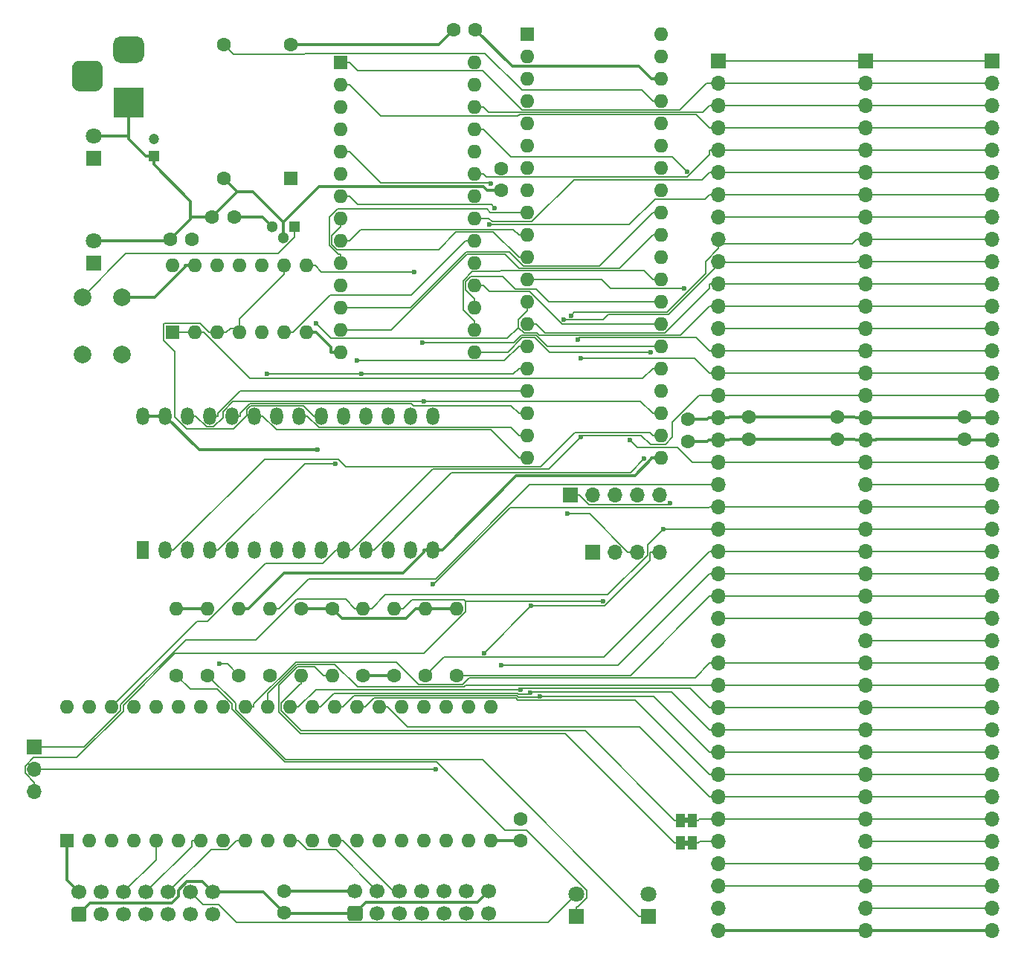
<source format=gbr>
G04 #@! TF.GenerationSoftware,KiCad,Pcbnew,(5.1.10)-1*
G04 #@! TF.CreationDate,2021-08-14T13:08:27-07:00*
G04 #@! TF.ProjectId,be6502x,62653635-3032-4782-9e6b-696361645f70,1*
G04 #@! TF.SameCoordinates,Original*
G04 #@! TF.FileFunction,Copper,L1,Top*
G04 #@! TF.FilePolarity,Positive*
%FSLAX46Y46*%
G04 Gerber Fmt 4.6, Leading zero omitted, Abs format (unit mm)*
G04 Created by KiCad (PCBNEW (5.1.10)-1) date 2021-08-14 13:08:27*
%MOMM*%
%LPD*%
G01*
G04 APERTURE LIST*
G04 #@! TA.AperFunction,EtchedComponent*
%ADD10C,0.152400*%
G04 #@! TD*
G04 #@! TA.AperFunction,ComponentPad*
%ADD11C,1.600000*%
G04 #@! TD*
G04 #@! TA.AperFunction,ComponentPad*
%ADD12C,1.700000*%
G04 #@! TD*
G04 #@! TA.AperFunction,ComponentPad*
%ADD13C,2.000000*%
G04 #@! TD*
G04 #@! TA.AperFunction,ComponentPad*
%ADD14O,1.600000X1.600000*%
G04 #@! TD*
G04 #@! TA.AperFunction,ComponentPad*
%ADD15O,1.700000X1.700000*%
G04 #@! TD*
G04 #@! TA.AperFunction,ComponentPad*
%ADD16R,1.700000X1.700000*%
G04 #@! TD*
G04 #@! TA.AperFunction,SMDPad,CuDef*
%ADD17R,1.000000X1.500000*%
G04 #@! TD*
G04 #@! TA.AperFunction,ComponentPad*
%ADD18R,1.600000X1.600000*%
G04 #@! TD*
G04 #@! TA.AperFunction,ComponentPad*
%ADD19R,1.300000X1.300000*%
G04 #@! TD*
G04 #@! TA.AperFunction,ComponentPad*
%ADD20C,1.300000*%
G04 #@! TD*
G04 #@! TA.AperFunction,ComponentPad*
%ADD21O,1.440000X2.000000*%
G04 #@! TD*
G04 #@! TA.AperFunction,ComponentPad*
%ADD22R,1.440000X2.000000*%
G04 #@! TD*
G04 #@! TA.AperFunction,ComponentPad*
%ADD23R,3.500000X3.500000*%
G04 #@! TD*
G04 #@! TA.AperFunction,ComponentPad*
%ADD24C,1.800000*%
G04 #@! TD*
G04 #@! TA.AperFunction,ComponentPad*
%ADD25R,1.800000X1.800000*%
G04 #@! TD*
G04 #@! TA.AperFunction,ComponentPad*
%ADD26C,1.200000*%
G04 #@! TD*
G04 #@! TA.AperFunction,ComponentPad*
%ADD27R,1.200000X1.200000*%
G04 #@! TD*
G04 #@! TA.AperFunction,ViaPad*
%ADD28C,0.600000*%
G04 #@! TD*
G04 #@! TA.AperFunction,Conductor*
%ADD29C,0.350000*%
G04 #@! TD*
G04 #@! TA.AperFunction,Conductor*
%ADD30C,0.127000*%
G04 #@! TD*
G04 APERTURE END LIST*
D10*
G36*
X110804000Y-135872000D02*
G01*
X110304000Y-135872000D01*
X110304000Y-135272000D01*
X110804000Y-135272000D01*
X110804000Y-135872000D01*
G37*
G36*
X110804000Y-133269000D02*
G01*
X110304000Y-133269000D01*
X110304000Y-132669000D01*
X110804000Y-132669000D01*
X110804000Y-133269000D01*
G37*
D11*
X110744000Y-87289000D03*
X110744000Y-89789000D03*
X127762000Y-87035000D03*
X127762000Y-89535000D03*
D12*
X88074500Y-141034000D03*
X85534500Y-141034000D03*
X82994500Y-141034000D03*
X80454500Y-141034000D03*
X77914500Y-141034000D03*
X75374500Y-141034000D03*
X72834500Y-141034000D03*
X88074500Y-143574000D03*
X85534500Y-143574000D03*
X82994500Y-143574000D03*
X80454500Y-143574000D03*
X77914500Y-143574000D03*
X75374500Y-143574000D03*
G04 #@! TA.AperFunction,ComponentPad*
G36*
G01*
X73434500Y-144424000D02*
X72234500Y-144424000D01*
G75*
G02*
X71984500Y-144174000I0J250000D01*
G01*
X71984500Y-142974000D01*
G75*
G02*
X72234500Y-142724000I250000J0D01*
G01*
X73434500Y-142724000D01*
G75*
G02*
X73684500Y-142974000I0J-250000D01*
G01*
X73684500Y-144174000D01*
G75*
G02*
X73434500Y-144424000I-250000J0D01*
G01*
G37*
G04 #@! TD.AperFunction*
X56642000Y-141160000D03*
X54102000Y-141160000D03*
X51562000Y-141160000D03*
X49022000Y-141160000D03*
X46482000Y-141160000D03*
X43942000Y-141160000D03*
X41402000Y-141160000D03*
X56642000Y-143700000D03*
X54102000Y-143700000D03*
X51562000Y-143700000D03*
X49022000Y-143700000D03*
X46482000Y-143700000D03*
X43942000Y-143700000D03*
G04 #@! TA.AperFunction,ComponentPad*
G36*
G01*
X42002000Y-144550000D02*
X40802000Y-144550000D01*
G75*
G02*
X40552000Y-144300000I0J250000D01*
G01*
X40552000Y-143100000D01*
G75*
G02*
X40802000Y-142850000I250000J0D01*
G01*
X42002000Y-142850000D01*
G75*
G02*
X42252000Y-143100000I0J-250000D01*
G01*
X42252000Y-144300000D01*
G75*
G02*
X42002000Y-144550000I-250000J0D01*
G01*
G37*
G04 #@! TD.AperFunction*
D13*
X41803500Y-73383000D03*
X46303500Y-73383000D03*
X41803500Y-79883000D03*
X46303500Y-79883000D03*
D14*
X70223900Y-116459000D03*
D11*
X70223900Y-108839000D03*
D14*
X66682100Y-116459000D03*
D11*
X66682100Y-108839000D03*
D15*
X36322000Y-129731000D03*
X36322000Y-127191000D03*
D16*
X36322000Y-124651000D03*
D17*
X109904000Y-135572000D03*
X111204000Y-135572000D03*
X109904000Y-132969000D03*
X111204000Y-132969000D03*
D15*
X107516000Y-95948500D03*
X104976000Y-95948500D03*
X102436000Y-95948500D03*
X99896000Y-95948500D03*
D16*
X97356000Y-95948500D03*
D15*
X107476000Y-102426000D03*
X104936000Y-102426000D03*
X102396000Y-102426000D03*
D16*
X99856000Y-102426000D03*
D11*
X65532000Y-44640500D03*
X57912000Y-44640500D03*
X57912000Y-59880500D03*
D18*
X65532000Y-59880500D03*
D14*
X52070000Y-69786500D03*
X67310000Y-77406500D03*
X54610000Y-69786500D03*
X64770000Y-77406500D03*
X57150000Y-69786500D03*
X62230000Y-77406500D03*
X59690000Y-69786500D03*
X59690000Y-77406500D03*
X62230000Y-69786500D03*
X57150000Y-77406500D03*
X64770000Y-69786500D03*
X54610000Y-77406500D03*
X67310000Y-69786500D03*
D18*
X52070000Y-77406500D03*
D19*
X65913000Y-65341500D03*
D20*
X63373000Y-65341500D03*
X64643000Y-66611500D03*
D15*
X145381000Y-145542000D03*
X145381000Y-143002000D03*
X145381000Y-140462000D03*
X145381000Y-137922000D03*
X145381000Y-135382000D03*
X145381000Y-132842000D03*
X145381000Y-130302000D03*
X145381000Y-127762000D03*
X145381000Y-125222000D03*
X145381000Y-122682000D03*
X145381000Y-120142000D03*
X145381000Y-117602000D03*
X145381000Y-115062000D03*
X145381000Y-112522000D03*
X145381000Y-109982000D03*
X145381000Y-107442000D03*
X145381000Y-104902000D03*
X145381000Y-102362000D03*
X145381000Y-99822000D03*
X145381000Y-97282000D03*
X145381000Y-94742000D03*
X145381000Y-92202000D03*
X145381000Y-89662000D03*
X145381000Y-87122000D03*
X145381000Y-84582000D03*
X145381000Y-82042000D03*
X145381000Y-79502000D03*
X145381000Y-76962000D03*
X145381000Y-74422000D03*
X145381000Y-71882000D03*
X145381000Y-69342000D03*
X145381000Y-66802000D03*
X145381000Y-64262000D03*
X145381000Y-61722000D03*
X145381000Y-59182000D03*
X145381000Y-56642000D03*
X145381000Y-54102000D03*
X145381000Y-51562000D03*
X145381000Y-49022000D03*
D16*
X145381000Y-46482000D03*
D15*
X130968000Y-145542000D03*
X130968000Y-143002000D03*
X130968000Y-140462000D03*
X130968000Y-137922000D03*
X130968000Y-135382000D03*
X130968000Y-132842000D03*
X130968000Y-130302000D03*
X130968000Y-127762000D03*
X130968000Y-125222000D03*
X130968000Y-122682000D03*
X130968000Y-120142000D03*
X130968000Y-117602000D03*
X130968000Y-115062000D03*
X130968000Y-112522000D03*
X130968000Y-109982000D03*
X130968000Y-107442000D03*
X130968000Y-104902000D03*
X130968000Y-102362000D03*
X130968000Y-99822000D03*
X130968000Y-97282000D03*
X130968000Y-94742000D03*
X130968000Y-92202000D03*
X130968000Y-89662000D03*
X130968000Y-87122000D03*
X130968000Y-84582000D03*
X130968000Y-82042000D03*
X130968000Y-79502000D03*
X130968000Y-76962000D03*
X130968000Y-74422000D03*
X130968000Y-71882000D03*
X130968000Y-69342000D03*
X130968000Y-66802000D03*
X130968000Y-64262000D03*
X130968000Y-61722000D03*
X130968000Y-59182000D03*
X130968000Y-56642000D03*
X130968000Y-54102000D03*
X130968000Y-51562000D03*
X130968000Y-49022000D03*
D16*
X130968000Y-46482000D03*
D14*
X40005000Y-120079000D03*
X88265000Y-135319000D03*
X42545000Y-120079000D03*
X85725000Y-135319000D03*
X45085000Y-120079000D03*
X83185000Y-135319000D03*
X47625000Y-120079000D03*
X80645000Y-135319000D03*
X50165000Y-120079000D03*
X78105000Y-135319000D03*
X52705000Y-120079000D03*
X75565000Y-135319000D03*
X55245000Y-120079000D03*
X73025000Y-135319000D03*
X57785000Y-120079000D03*
X70485000Y-135319000D03*
X60325000Y-120079000D03*
X67945000Y-135319000D03*
X62865000Y-120079000D03*
X65405000Y-135319000D03*
X65405000Y-120079000D03*
X62865000Y-135319000D03*
X67945000Y-120079000D03*
X60325000Y-135319000D03*
X70485000Y-120079000D03*
X57785000Y-135319000D03*
X73025000Y-120079000D03*
X55245000Y-135319000D03*
X75565000Y-120079000D03*
X52705000Y-135319000D03*
X78105000Y-120079000D03*
X50165000Y-135319000D03*
X80645000Y-120079000D03*
X47625000Y-135319000D03*
X83185000Y-120079000D03*
X45085000Y-135319000D03*
X85725000Y-120079000D03*
X42545000Y-135319000D03*
X88265000Y-120079000D03*
D18*
X40005000Y-135319000D03*
D14*
X86423500Y-46609000D03*
X71183500Y-79629000D03*
X86423500Y-49149000D03*
X71183500Y-77089000D03*
X86423500Y-51689000D03*
X71183500Y-74549000D03*
X86423500Y-54229000D03*
X71183500Y-72009000D03*
X86423500Y-56769000D03*
X71183500Y-69469000D03*
X86423500Y-59309000D03*
X71183500Y-66929000D03*
X86423500Y-61849000D03*
X71183500Y-64389000D03*
X86423500Y-64389000D03*
X71183500Y-61849000D03*
X86423500Y-66929000D03*
X71183500Y-59309000D03*
X86423500Y-69469000D03*
X71183500Y-56769000D03*
X86423500Y-72009000D03*
X71183500Y-54229000D03*
X86423500Y-74549000D03*
X71183500Y-51689000D03*
X86423500Y-77089000D03*
X71183500Y-49149000D03*
X86423500Y-79629000D03*
D18*
X71183500Y-46609000D03*
D21*
X81724500Y-86932000D03*
X81724500Y-102172000D03*
X79184500Y-86932000D03*
X79184500Y-102172000D03*
X76644500Y-86932000D03*
X76644500Y-102172000D03*
X74104500Y-86932000D03*
X74104500Y-102172000D03*
X71564500Y-86932000D03*
X71564500Y-102172000D03*
X69024500Y-86932000D03*
X69024500Y-102172000D03*
X66484500Y-86932000D03*
X66484500Y-102172000D03*
X63944500Y-86932000D03*
X63944500Y-102172000D03*
X61404500Y-86932000D03*
X61404500Y-102172000D03*
X58864500Y-86932000D03*
X58864500Y-102172000D03*
X56324500Y-86932000D03*
X56324500Y-102172000D03*
X53784500Y-86932000D03*
X53784500Y-102172000D03*
X51244500Y-86932000D03*
X51244500Y-102172000D03*
X48704500Y-86932000D03*
D22*
X48704500Y-102172000D03*
D14*
X107696000Y-43434000D03*
X92456000Y-91694000D03*
X107696000Y-45974000D03*
X92456000Y-89154000D03*
X107696000Y-48514000D03*
X92456000Y-86614000D03*
X107696000Y-51054000D03*
X92456000Y-84074000D03*
X107696000Y-53594000D03*
X92456000Y-81534000D03*
X107696000Y-56134000D03*
X92456000Y-78994000D03*
X107696000Y-58674000D03*
X92456000Y-76454000D03*
X107696000Y-61214000D03*
X92456000Y-73914000D03*
X107696000Y-63754000D03*
X92456000Y-71374000D03*
X107696000Y-66294000D03*
X92456000Y-68834000D03*
X107696000Y-68834000D03*
X92456000Y-66294000D03*
X107696000Y-71374000D03*
X92456000Y-63754000D03*
X107696000Y-73914000D03*
X92456000Y-61214000D03*
X107696000Y-76454000D03*
X92456000Y-58674000D03*
X107696000Y-78994000D03*
X92456000Y-56134000D03*
X107696000Y-81534000D03*
X92456000Y-53594000D03*
X107696000Y-84074000D03*
X92456000Y-51054000D03*
X107696000Y-86614000D03*
X92456000Y-48514000D03*
X107696000Y-89154000D03*
X92456000Y-45974000D03*
X107696000Y-91694000D03*
D18*
X92456000Y-43434000D03*
D14*
X80849600Y-108839000D03*
D11*
X80849600Y-116459000D03*
D14*
X84391500Y-108839000D03*
D11*
X84391500Y-116459000D03*
D14*
X63140200Y-108839000D03*
D11*
X63140200Y-116459000D03*
D14*
X56056400Y-108839000D03*
D11*
X56056400Y-116459000D03*
D14*
X52514500Y-108839000D03*
D11*
X52514500Y-116459000D03*
D14*
X59598300Y-108839000D03*
D11*
X59598300Y-116459000D03*
D14*
X73765800Y-108839000D03*
D11*
X73765800Y-116459000D03*
D14*
X77307700Y-108839000D03*
D11*
X77307700Y-116459000D03*
D15*
X114236000Y-145542000D03*
X114236000Y-143002000D03*
X114236000Y-140462000D03*
X114236000Y-137922000D03*
X114236000Y-135382000D03*
X114236000Y-132842000D03*
X114236000Y-130302000D03*
X114236000Y-127762000D03*
X114236000Y-125222000D03*
X114236000Y-122682000D03*
X114236000Y-120142000D03*
X114236000Y-117602000D03*
X114236000Y-115062000D03*
X114236000Y-112522000D03*
X114236000Y-109982000D03*
X114236000Y-107442000D03*
X114236000Y-104902000D03*
X114236000Y-102362000D03*
X114236000Y-99822000D03*
X114236000Y-97282000D03*
X114236000Y-94742000D03*
X114236000Y-92202000D03*
X114236000Y-89662000D03*
X114236000Y-87122000D03*
X114236000Y-84582000D03*
X114236000Y-82042000D03*
X114236000Y-79502000D03*
X114236000Y-76962000D03*
X114236000Y-74422000D03*
X114236000Y-71882000D03*
X114236000Y-69342000D03*
X114236000Y-66802000D03*
X114236000Y-64262000D03*
X114236000Y-61722000D03*
X114236000Y-59182000D03*
X114236000Y-56642000D03*
X114236000Y-54102000D03*
X114236000Y-51562000D03*
X114236000Y-49022000D03*
D16*
X114236000Y-46482000D03*
G04 #@! TA.AperFunction,ComponentPad*
G36*
G01*
X41478500Y-46431000D02*
X43228500Y-46431000D01*
G75*
G02*
X44103500Y-47306000I0J-875000D01*
G01*
X44103500Y-49056000D01*
G75*
G02*
X43228500Y-49931000I-875000J0D01*
G01*
X41478500Y-49931000D01*
G75*
G02*
X40603500Y-49056000I0J875000D01*
G01*
X40603500Y-47306000D01*
G75*
G02*
X41478500Y-46431000I875000J0D01*
G01*
G37*
G04 #@! TD.AperFunction*
G04 #@! TA.AperFunction,ComponentPad*
G36*
G01*
X46053500Y-43681000D02*
X48053500Y-43681000D01*
G75*
G02*
X48803500Y-44431000I0J-750000D01*
G01*
X48803500Y-45931000D01*
G75*
G02*
X48053500Y-46681000I-750000J0D01*
G01*
X46053500Y-46681000D01*
G75*
G02*
X45303500Y-45931000I0J750000D01*
G01*
X45303500Y-44431000D01*
G75*
G02*
X46053500Y-43681000I750000J0D01*
G01*
G37*
G04 #@! TD.AperFunction*
D23*
X47053500Y-51181000D03*
D24*
X43053500Y-66992500D03*
D25*
X43053500Y-69532500D03*
D24*
X106236000Y-141351000D03*
D25*
X106236000Y-143891000D03*
D24*
X98044000Y-141351000D03*
D25*
X98044000Y-143891000D03*
D24*
X43053500Y-54991000D03*
D25*
X43053500Y-57531000D03*
D11*
X91694000Y-132819000D03*
X91694000Y-135319000D03*
X64770000Y-141034000D03*
X64770000Y-143534000D03*
X59078500Y-64262000D03*
X56578500Y-64262000D03*
X117666000Y-87035000D03*
X117666000Y-89535000D03*
X142240000Y-87035000D03*
X142240000Y-89535000D03*
X84050500Y-42926000D03*
X86550500Y-42926000D03*
X89471500Y-58714000D03*
X89471500Y-61214000D03*
X54292500Y-66802000D03*
X51792500Y-66802000D03*
D26*
X49911000Y-55340500D03*
D27*
X49911000Y-57340500D03*
D28*
X68516900Y-90771300D03*
X57379400Y-115157100D03*
X108661100Y-96857600D03*
X87501900Y-113905600D03*
X79568400Y-70487100D03*
X92885600Y-108543600D03*
X97024400Y-98043100D03*
X104117000Y-89639000D03*
X81697500Y-106046800D03*
X101085600Y-107997600D03*
X80503500Y-78555400D03*
X93898000Y-118822900D03*
X92773000Y-118449000D03*
X106496800Y-79618800D03*
X91672000Y-118105700D03*
X105727400Y-91802400D03*
X89488500Y-115337900D03*
X107921000Y-99822000D03*
X80628700Y-85222300D03*
X88110100Y-65134800D03*
X110606700Y-59046800D03*
X62775200Y-82154700D03*
X97388700Y-75472200D03*
X73580600Y-82154700D03*
X96622500Y-75963100D03*
X70631800Y-92316800D03*
X73076500Y-80620200D03*
X88298400Y-60478200D03*
X68425000Y-76382900D03*
X88743200Y-63228900D03*
X110325900Y-72400500D03*
X98174700Y-78202900D03*
X98531300Y-80295900D03*
X98525000Y-89344000D03*
X82040900Y-127160100D03*
D29*
X82746800Y-102172000D02*
X91202400Y-93716400D01*
X91202400Y-93716400D02*
X104681900Y-93716400D01*
X104681900Y-93716400D02*
X106593700Y-91804600D01*
X106593700Y-91804600D02*
X106593700Y-91694000D01*
X114236000Y-87122000D02*
X113083700Y-87122000D01*
X110744000Y-87289000D02*
X112916700Y-87289000D01*
X112916700Y-87289000D02*
X113083700Y-87122000D01*
X41402000Y-141160000D02*
X40005000Y-139763000D01*
X40005000Y-139763000D02*
X40005000Y-135319000D01*
X130968000Y-87122000D02*
X129815700Y-87122000D01*
X127762000Y-87035000D02*
X129728700Y-87035000D01*
X129728700Y-87035000D02*
X129815700Y-87122000D01*
X117666000Y-87035000D02*
X127762000Y-87035000D01*
X81724500Y-102172000D02*
X80702200Y-102172000D01*
X59598300Y-108839000D02*
X60700600Y-108839000D01*
X60700600Y-108839000D02*
X64722100Y-104817500D01*
X64722100Y-104817500D02*
X78320500Y-104817500D01*
X78320500Y-104817500D02*
X80702200Y-102435800D01*
X80702200Y-102435800D02*
X80702200Y-102172000D01*
X59078500Y-64262000D02*
X62293500Y-64262000D01*
X62293500Y-64262000D02*
X63373000Y-65341500D01*
X54610000Y-69786500D02*
X53507700Y-69786500D01*
X53507700Y-69786500D02*
X53507700Y-69924300D01*
X53507700Y-69924300D02*
X50049000Y-73383000D01*
X50049000Y-73383000D02*
X46303500Y-73383000D01*
X70081200Y-79629000D02*
X70081200Y-79075400D01*
X70081200Y-79075400D02*
X68412300Y-77406500D01*
X117666000Y-87035000D02*
X115475300Y-87035000D01*
X115475300Y-87035000D02*
X115388300Y-87122000D01*
X107696000Y-91694000D02*
X106593700Y-91694000D01*
X81724500Y-102172000D02*
X82746800Y-102172000D01*
X114236000Y-87122000D02*
X115388300Y-87122000D01*
X142240000Y-87078500D02*
X132163800Y-87078500D01*
X132163800Y-87078500D02*
X132120300Y-87122000D01*
X145381000Y-87122000D02*
X142283500Y-87122000D01*
X142283500Y-87122000D02*
X142240000Y-87078500D01*
X142240000Y-87078500D02*
X142240000Y-87035000D01*
X130968000Y-87122000D02*
X132120300Y-87122000D01*
X84050500Y-42926000D02*
X82336000Y-44640500D01*
X82336000Y-44640500D02*
X65532000Y-44640500D01*
X72834500Y-141034000D02*
X64770000Y-141034000D01*
X52514500Y-108839000D02*
X56056400Y-108839000D01*
X130968000Y-145542000D02*
X114236000Y-145542000D01*
X130968000Y-145542000D02*
X145381000Y-145542000D01*
X71183500Y-79629000D02*
X70081200Y-79629000D01*
X67310000Y-77406500D02*
X68412300Y-77406500D01*
X56642000Y-141160000D02*
X55460500Y-139978500D01*
X55460500Y-139978500D02*
X53651600Y-139978500D01*
X53651600Y-139978500D02*
X52714400Y-140915700D01*
X52714400Y-140915700D02*
X52714400Y-141672900D01*
X52714400Y-141672900D02*
X51957300Y-142430000D01*
X51957300Y-142430000D02*
X42672000Y-142430000D01*
X42672000Y-142430000D02*
X41402000Y-143700000D01*
X64770000Y-143534000D02*
X62396000Y-141160000D01*
X62396000Y-141160000D02*
X56642000Y-141160000D01*
X51244500Y-86932000D02*
X55083800Y-90771300D01*
X55083800Y-90771300D02*
X68516900Y-90771300D01*
X48704500Y-86932000D02*
X51244500Y-86932000D01*
X88074500Y-141034000D02*
X86804500Y-142304000D01*
X86804500Y-142304000D02*
X74104500Y-142304000D01*
X74104500Y-142304000D02*
X72834500Y-143574000D01*
X130968000Y-89662000D02*
X129815700Y-89662000D01*
X127762000Y-89535000D02*
X129688700Y-89535000D01*
X129688700Y-89535000D02*
X129815700Y-89662000D01*
X117666000Y-89535000D02*
X127762000Y-89535000D01*
X49911000Y-57340500D02*
X49911000Y-58242800D01*
X54122100Y-64262000D02*
X54122100Y-64472400D01*
X54122100Y-64472400D02*
X51792500Y-66802000D01*
X49911000Y-58242800D02*
X54122100Y-62453900D01*
X54122100Y-62453900D02*
X54122100Y-64262000D01*
X54122100Y-64262000D02*
X56578500Y-64262000D01*
X49459900Y-57340500D02*
X49911000Y-57340500D01*
X114236000Y-89662000D02*
X115388300Y-89662000D01*
X117666000Y-89535000D02*
X115515300Y-89535000D01*
X115515300Y-89535000D02*
X115388300Y-89662000D01*
X64643000Y-64853100D02*
X64643000Y-66611500D01*
X89471500Y-61214000D02*
X87870000Y-61214000D01*
X87870000Y-61214000D02*
X87402600Y-60746600D01*
X87402600Y-60746600D02*
X68749500Y-60746600D01*
X68749500Y-60746600D02*
X64643000Y-64853100D01*
X59436000Y-61404500D02*
X61194400Y-61404500D01*
X61194400Y-61404500D02*
X64643000Y-64853100D01*
X59436000Y-61404500D02*
X56578500Y-64262000D01*
X57912000Y-59880500D02*
X59436000Y-61404500D01*
X107696000Y-48514000D02*
X106593700Y-48514000D01*
X86550500Y-42926000D02*
X90700900Y-47076400D01*
X90700900Y-47076400D02*
X105156100Y-47076400D01*
X105156100Y-47076400D02*
X106593700Y-48514000D01*
X43053500Y-66992500D02*
X51602000Y-66992500D01*
X51602000Y-66992500D02*
X51792500Y-66802000D01*
X110744000Y-89789000D02*
X112956700Y-89789000D01*
X112956700Y-89789000D02*
X113083700Y-89662000D01*
X114236000Y-89662000D02*
X113083700Y-89662000D01*
X72834500Y-143574000D02*
X64810000Y-143574000D01*
X64810000Y-143574000D02*
X64770000Y-143534000D01*
X142240000Y-89598500D02*
X132183800Y-89598500D01*
X132183800Y-89598500D02*
X132120300Y-89662000D01*
X145381000Y-89662000D02*
X142303500Y-89662000D01*
X142303500Y-89662000D02*
X142240000Y-89598500D01*
X142240000Y-89598500D02*
X142240000Y-89535000D01*
X130968000Y-89662000D02*
X132120300Y-89662000D01*
X66682100Y-108839000D02*
X70223900Y-108839000D01*
X80849600Y-108839000D02*
X79747300Y-108839000D01*
X79747300Y-108839000D02*
X78639300Y-109947000D01*
X78639300Y-109947000D02*
X71331900Y-109947000D01*
X71331900Y-109947000D02*
X70223900Y-108839000D01*
X84391500Y-108839000D02*
X80849600Y-108839000D01*
X77307700Y-116459000D02*
X73765800Y-116459000D01*
X88265000Y-135319000D02*
X91694000Y-135319000D01*
X49459900Y-57340500D02*
X49008700Y-57340500D01*
X47053500Y-54991000D02*
X43053500Y-54991000D01*
X49008700Y-57340500D02*
X47053500Y-55385300D01*
X47053500Y-55385300D02*
X47053500Y-54991000D01*
X47053500Y-54991000D02*
X47053500Y-53233300D01*
X47053500Y-51181000D02*
X47053500Y-53233300D01*
D30*
X57379400Y-115157100D02*
X58296400Y-115157100D01*
X58296400Y-115157100D02*
X59598300Y-116459000D01*
X52514500Y-116459000D02*
X54071500Y-118016000D01*
X54071500Y-118016000D02*
X57133900Y-118016000D01*
X57133900Y-118016000D02*
X58800700Y-119682800D01*
X58800700Y-119682800D02*
X58800700Y-120325400D01*
X58800700Y-120325400D02*
X64791900Y-126316600D01*
X64791900Y-126316600D02*
X82102600Y-126316600D01*
X82102600Y-126316600D02*
X89916000Y-134130000D01*
X89916000Y-134130000D02*
X92392800Y-134130000D01*
X92392800Y-134130000D02*
X99184500Y-140921700D01*
X99184500Y-140921700D02*
X99184500Y-141796000D01*
X99184500Y-141796000D02*
X98180300Y-142800200D01*
X98180300Y-142800200D02*
X98044000Y-142800200D01*
X98044000Y-143891000D02*
X98044000Y-142800200D01*
X106236000Y-143891000D02*
X105145200Y-143891000D01*
X105145200Y-143891000D02*
X87316400Y-126062200D01*
X87316400Y-126062200D02*
X64897200Y-126062200D01*
X64897200Y-126062200D02*
X59240200Y-120405200D01*
X59240200Y-120405200D02*
X59240200Y-119642800D01*
X59240200Y-119642800D02*
X56056400Y-116459000D01*
X63140200Y-108839000D02*
X64131000Y-108839000D01*
X114236000Y-94742000D02*
X113195200Y-94742000D01*
X113195200Y-94742000D02*
X92697700Y-94742000D01*
X92697700Y-94742000D02*
X81987800Y-105451900D01*
X81987800Y-105451900D02*
X67518100Y-105451900D01*
X67518100Y-105451900D02*
X64131000Y-108839000D01*
X65913000Y-65341500D02*
X65913000Y-66555600D01*
X65913000Y-66555600D02*
X64035700Y-68432900D01*
X64035700Y-68432900D02*
X46753600Y-68432900D01*
X46753600Y-68432900D02*
X41803500Y-73383000D01*
X130968000Y-94742000D02*
X145381000Y-94742000D01*
X130968000Y-143002000D02*
X145381000Y-143002000D01*
X130968000Y-140462000D02*
X145381000Y-140462000D01*
X114236000Y-140462000D02*
X130968000Y-140462000D01*
X97356000Y-95948500D02*
X98396800Y-95948500D01*
X108661100Y-96857600D02*
X108529400Y-96989300D01*
X108529400Y-96989300D02*
X99437600Y-96989300D01*
X99437600Y-96989300D02*
X98396800Y-95948500D01*
X130968000Y-109982000D02*
X145381000Y-109982000D01*
X114236000Y-109982000D02*
X130968000Y-109982000D01*
X111204000Y-135572000D02*
X111894800Y-135572000D01*
X114236000Y-135382000D02*
X112084800Y-135382000D01*
X112084800Y-135382000D02*
X111894800Y-135572000D01*
X145381000Y-135382000D02*
X130968000Y-135382000D01*
X111204000Y-132969000D02*
X111894800Y-132969000D01*
X114236000Y-132842000D02*
X112021800Y-132842000D01*
X112021800Y-132842000D02*
X111894800Y-132969000D01*
X130968000Y-132842000D02*
X114236000Y-132842000D01*
X145381000Y-132842000D02*
X130968000Y-132842000D01*
X87501900Y-113905600D02*
X87523600Y-113905600D01*
X87523600Y-113905600D02*
X92885600Y-108543600D01*
X92885600Y-108543600D02*
X101239200Y-108543600D01*
X101239200Y-108543600D02*
X106435200Y-103347600D01*
X106435200Y-103347600D02*
X106435200Y-102426000D01*
X68300800Y-69786500D02*
X69001400Y-70487100D01*
X69001400Y-70487100D02*
X79568400Y-70487100D01*
X67310000Y-69786500D02*
X68300800Y-69786500D01*
X107476000Y-102426000D02*
X106435200Y-102426000D01*
X65760800Y-77406500D02*
X69997900Y-73169400D01*
X69997900Y-73169400D02*
X79192300Y-73169400D01*
X79192300Y-73169400D02*
X85432700Y-66929000D01*
X64770000Y-77406500D02*
X65760800Y-77406500D01*
X86423500Y-66929000D02*
X85432700Y-66929000D01*
X103895200Y-102426000D02*
X99512300Y-98043100D01*
X99512300Y-98043100D02*
X97024400Y-98043100D01*
X104936000Y-102426000D02*
X103895200Y-102426000D01*
X114236000Y-92202000D02*
X111252000Y-92202000D01*
X111252000Y-92202000D02*
X109511100Y-90461100D01*
X109511100Y-90461100D02*
X104939100Y-90461100D01*
X104939100Y-90461100D02*
X104117000Y-89639000D01*
X130968000Y-92202000D02*
X114236000Y-92202000D01*
X130968000Y-92202000D02*
X145381000Y-92202000D01*
X81697500Y-106046800D02*
X81752600Y-106046800D01*
X81752600Y-106046800D02*
X90451000Y-97348400D01*
X90451000Y-97348400D02*
X113128800Y-97348400D01*
X113128800Y-97348400D02*
X113195200Y-97282000D01*
X114236000Y-97282000D02*
X113195200Y-97282000D01*
X106705200Y-51054000D02*
X105460100Y-49808900D01*
X105460100Y-49808900D02*
X91835600Y-49808900D01*
X91835600Y-49808900D02*
X87644800Y-45618100D01*
X87644800Y-45618100D02*
X67083200Y-45618100D01*
X67083200Y-45618100D02*
X67003800Y-45697500D01*
X67003800Y-45697500D02*
X58969000Y-45697500D01*
X58969000Y-45697500D02*
X57912000Y-44640500D01*
X107696000Y-51054000D02*
X106705200Y-51054000D01*
X130968000Y-97282000D02*
X114236000Y-97282000D01*
X130968000Y-97282000D02*
X145381000Y-97282000D01*
X85403700Y-107997600D02*
X101085600Y-107997600D01*
X85403700Y-107997600D02*
X85237000Y-107830900D01*
X85237000Y-107830900D02*
X79306600Y-107830900D01*
X79306600Y-107830900D02*
X78298500Y-108839000D01*
X36322000Y-128690200D02*
X35246800Y-127615000D01*
X35246800Y-127615000D02*
X35246800Y-126784000D01*
X35246800Y-126784000D02*
X36199800Y-125831000D01*
X36199800Y-125831000D02*
X41145300Y-125831000D01*
X41145300Y-125831000D02*
X46423200Y-120553100D01*
X46423200Y-120553100D02*
X46423200Y-119861200D01*
X46423200Y-119861200D02*
X52314500Y-113969900D01*
X52314500Y-113969900D02*
X80676300Y-113969900D01*
X80676300Y-113969900D02*
X85403700Y-109242500D01*
X85403700Y-109242500D02*
X85403700Y-107997600D01*
X36322000Y-129731000D02*
X36322000Y-128690200D01*
X77307700Y-108839000D02*
X78298500Y-108839000D01*
X130968000Y-137922000D02*
X114236000Y-137922000D01*
X130968000Y-137922000D02*
X145381000Y-137922000D01*
X106705200Y-78994000D02*
X94693400Y-78994000D01*
X94693400Y-78994000D02*
X93425100Y-77725700D01*
X93425100Y-77725700D02*
X91759600Y-77725700D01*
X91759600Y-77725700D02*
X90929900Y-78555400D01*
X90929900Y-78555400D02*
X80503500Y-78555400D01*
X107696000Y-78994000D02*
X106705200Y-78994000D01*
X76555800Y-120079000D02*
X78769200Y-122292400D01*
X78769200Y-122292400D02*
X105185600Y-122292400D01*
X105185600Y-122292400D02*
X113195200Y-130302000D01*
X75565000Y-120079000D02*
X76555800Y-120079000D01*
X114236000Y-130302000D02*
X113195200Y-130302000D01*
X130968000Y-130302000D02*
X114236000Y-130302000D01*
X130968000Y-130302000D02*
X145381000Y-130302000D01*
X74015800Y-120079000D02*
X75030200Y-119064600D01*
X75030200Y-119064600D02*
X91123500Y-119064600D01*
X91123500Y-119064600D02*
X91372600Y-119313700D01*
X91372600Y-119313700D02*
X104746900Y-119313700D01*
X104746900Y-119313700D02*
X113195200Y-127762000D01*
X87414300Y-72009000D02*
X88114900Y-72709600D01*
X88114900Y-72709600D02*
X92654300Y-72709600D01*
X92654300Y-72709600D02*
X96398700Y-76454000D01*
X96398700Y-76454000D02*
X106705200Y-76454000D01*
X107696000Y-76454000D02*
X106705200Y-76454000D01*
X86423500Y-72009000D02*
X87414300Y-72009000D01*
X73025000Y-120079000D02*
X74015800Y-120079000D01*
X114236000Y-127762000D02*
X113195200Y-127762000D01*
X130968000Y-127762000D02*
X114236000Y-127762000D01*
X130968000Y-127762000D02*
X145381000Y-127762000D01*
X71475800Y-120079000D02*
X72744500Y-118810300D01*
X72744500Y-118810300D02*
X91234000Y-118810300D01*
X91234000Y-118810300D02*
X91379800Y-118956100D01*
X91379800Y-118956100D02*
X93764800Y-118956100D01*
X93764800Y-118956100D02*
X93898000Y-118822900D01*
X93898000Y-118822900D02*
X106796100Y-118822900D01*
X106796100Y-118822900D02*
X113195200Y-125222000D01*
X106705200Y-73914000D02*
X94895900Y-73914000D01*
X94895900Y-73914000D02*
X93425200Y-72443300D01*
X93425200Y-72443300D02*
X91044000Y-72443300D01*
X91044000Y-72443300D02*
X89608300Y-71007600D01*
X89608300Y-71007600D02*
X86021600Y-71007600D01*
X86021600Y-71007600D02*
X85430700Y-71598500D01*
X85430700Y-71598500D02*
X85430700Y-72565400D01*
X85430700Y-72565400D02*
X86423500Y-73558200D01*
X70485000Y-120079000D02*
X71475800Y-120079000D01*
X114236000Y-125222000D02*
X113195200Y-125222000D01*
X130968000Y-125222000D02*
X114236000Y-125222000D01*
X107696000Y-73914000D02*
X106705200Y-73914000D01*
X86423500Y-74549000D02*
X86423500Y-73558200D01*
X130968000Y-125222000D02*
X145381000Y-125222000D01*
X68935800Y-120079000D02*
X70458800Y-118556000D01*
X70458800Y-118556000D02*
X91339300Y-118556000D01*
X91339300Y-118556000D02*
X91412200Y-118628900D01*
X91412200Y-118628900D02*
X92593100Y-118628900D01*
X92593100Y-118628900D02*
X92773000Y-118449000D01*
X113195200Y-122682000D02*
X108836400Y-118323200D01*
X108836400Y-118323200D02*
X92898800Y-118323200D01*
X92898800Y-118323200D02*
X92773000Y-118449000D01*
X67945000Y-120079000D02*
X68935800Y-120079000D01*
X107696000Y-71374000D02*
X106705200Y-71374000D01*
X86423500Y-77089000D02*
X86423500Y-76098200D01*
X86423500Y-76098200D02*
X85135900Y-74810600D01*
X85135900Y-74810600D02*
X85135900Y-71515100D01*
X85135900Y-71515100D02*
X86185000Y-70466000D01*
X86185000Y-70466000D02*
X89267900Y-70466000D01*
X89267900Y-70466000D02*
X89350800Y-70383100D01*
X89350800Y-70383100D02*
X105714300Y-70383100D01*
X105714300Y-70383100D02*
X106705200Y-71374000D01*
X114236000Y-122682000D02*
X113195200Y-122682000D01*
X130968000Y-122682000D02*
X114236000Y-122682000D01*
X130968000Y-122682000D02*
X145381000Y-122682000D01*
X66395800Y-120079000D02*
X68369100Y-118105700D01*
X68369100Y-118105700D02*
X91672000Y-118105700D01*
X113195200Y-120142000D02*
X111011300Y-117958100D01*
X111011300Y-117958100D02*
X91819600Y-117958100D01*
X91819600Y-117958100D02*
X91672000Y-118105700D01*
X65405000Y-120079000D02*
X66395800Y-120079000D01*
X86423500Y-79629000D02*
X90216000Y-79629000D01*
X90216000Y-79629000D02*
X91864900Y-77980100D01*
X91864900Y-77980100D02*
X93319800Y-77980100D01*
X93319800Y-77980100D02*
X94958500Y-79618800D01*
X94958500Y-79618800D02*
X106496800Y-79618800D01*
X114236000Y-120142000D02*
X113195200Y-120142000D01*
X130968000Y-120142000D02*
X114236000Y-120142000D01*
X130968000Y-120142000D02*
X145381000Y-120142000D01*
X62865000Y-120079000D02*
X62865000Y-118514500D01*
X62865000Y-118514500D02*
X66196200Y-115183300D01*
X66196200Y-115183300D02*
X70505300Y-115183300D01*
X70505300Y-115183300D02*
X73115100Y-117793100D01*
X73115100Y-117793100D02*
X85217600Y-117793100D01*
X85217600Y-117793100D02*
X85408700Y-117602000D01*
X85408700Y-117602000D02*
X113195200Y-117602000D01*
X114236000Y-117602000D02*
X113195200Y-117602000D01*
X130968000Y-117602000D02*
X114236000Y-117602000D01*
X107696000Y-66294000D02*
X106705200Y-66294000D01*
X71183500Y-77089000D02*
X76926000Y-77089000D01*
X76926000Y-77089000D02*
X85536900Y-68478100D01*
X85536900Y-68478100D02*
X89896800Y-68478100D01*
X89896800Y-68478100D02*
X91497900Y-70079200D01*
X91497900Y-70079200D02*
X102920000Y-70079200D01*
X102920000Y-70079200D02*
X106705200Y-66294000D01*
X130968000Y-117602000D02*
X145381000Y-117602000D01*
X114236000Y-115062000D02*
X113195200Y-115062000D01*
X113195200Y-115062000D02*
X111543800Y-116713400D01*
X111543800Y-116713400D02*
X85810800Y-116713400D01*
X85810800Y-116713400D02*
X85037200Y-117487000D01*
X85037200Y-117487000D02*
X80062900Y-117487000D01*
X80062900Y-117487000D02*
X77504800Y-114928900D01*
X77504800Y-114928900D02*
X66091000Y-114928900D01*
X66091000Y-114928900D02*
X61315800Y-119704100D01*
X61315800Y-119704100D02*
X61315800Y-120079000D01*
X130968000Y-115062000D02*
X114236000Y-115062000D01*
X60325000Y-120079000D02*
X61315800Y-120079000D01*
X72174300Y-74549000D02*
X72174300Y-74548900D01*
X72174300Y-74548900D02*
X79106500Y-74548900D01*
X79106500Y-74548900D02*
X85454100Y-68201300D01*
X85454100Y-68201300D02*
X90422100Y-68201300D01*
X90422100Y-68201300D02*
X92045600Y-69824800D01*
X92045600Y-69824800D02*
X100634400Y-69824800D01*
X100634400Y-69824800D02*
X106705200Y-63754000D01*
X71183500Y-74549000D02*
X72174300Y-74549000D01*
X107696000Y-63754000D02*
X106705200Y-63754000D01*
X130968000Y-115062000D02*
X145381000Y-115062000D01*
X75015300Y-102172000D02*
X83836800Y-93350500D01*
X83836800Y-93350500D02*
X104179300Y-93350500D01*
X104179300Y-93350500D02*
X105727400Y-91802400D01*
X74104500Y-102172000D02*
X75015300Y-102172000D01*
X130968000Y-112522000D02*
X145381000Y-112522000D01*
X114236000Y-107442000D02*
X113195200Y-107442000D01*
X84391500Y-116459000D02*
X104178200Y-116459000D01*
X104178200Y-116459000D02*
X113195200Y-107442000D01*
X130968000Y-107442000D02*
X114236000Y-107442000D01*
X130968000Y-107442000D02*
X145381000Y-107442000D01*
X114236000Y-104902000D02*
X113195200Y-104902000D01*
X113195200Y-104902000D02*
X102759300Y-115337900D01*
X102759300Y-115337900D02*
X89488500Y-115337900D01*
X130968000Y-104902000D02*
X114236000Y-104902000D01*
X130968000Y-104902000D02*
X145381000Y-104902000D01*
X80849600Y-116459000D02*
X82912200Y-114396400D01*
X82912200Y-114396400D02*
X101160800Y-114396400D01*
X101160800Y-114396400D02*
X113195200Y-102362000D01*
X114236000Y-102362000D02*
X113195200Y-102362000D01*
X130968000Y-102362000D02*
X114236000Y-102362000D01*
X130968000Y-102362000D02*
X145381000Y-102362000D01*
X72775000Y-108839000D02*
X71742600Y-107806600D01*
X71742600Y-107806600D02*
X66150500Y-107806600D01*
X66150500Y-107806600D02*
X61570300Y-112386800D01*
X61570300Y-112386800D02*
X53537900Y-112386800D01*
X53537900Y-112386800D02*
X46137900Y-119786800D01*
X46137900Y-119786800D02*
X46137900Y-120445900D01*
X46137900Y-120445900D02*
X41932800Y-124651000D01*
X41932800Y-124651000D02*
X37362800Y-124651000D01*
X107921000Y-99822000D02*
X106168900Y-101574100D01*
X106168900Y-101574100D02*
X106168900Y-102735200D01*
X106168900Y-102735200D02*
X101605500Y-107298600D01*
X101605500Y-107298600D02*
X76297000Y-107298600D01*
X76297000Y-107298600D02*
X74756600Y-108839000D01*
X114236000Y-99822000D02*
X107921000Y-99822000D01*
X73765800Y-108839000D02*
X74756600Y-108839000D01*
X130968000Y-99822000D02*
X114236000Y-99822000D01*
X36322000Y-124651000D02*
X37362800Y-124651000D01*
X73765800Y-108839000D02*
X72775000Y-108839000D01*
X130968000Y-99822000D02*
X145381000Y-99822000D01*
X54610000Y-77406500D02*
X55600800Y-77406500D01*
X107696000Y-81534000D02*
X106705200Y-81534000D01*
X106705200Y-81534000D02*
X105584900Y-82654300D01*
X105584900Y-82654300D02*
X60848600Y-82654300D01*
X60848600Y-82654300D02*
X55600800Y-77406500D01*
X52070000Y-77406500D02*
X54610000Y-77406500D01*
X130968000Y-46482000D02*
X145381000Y-46482000D01*
X114236000Y-46482000D02*
X130968000Y-46482000D01*
X113195200Y-49022000D02*
X112835700Y-49022000D01*
X112835700Y-49022000D02*
X109782800Y-52074900D01*
X109782800Y-52074900D02*
X91857500Y-52074900D01*
X91857500Y-52074900D02*
X87382400Y-47599800D01*
X87382400Y-47599800D02*
X73165100Y-47599800D01*
X73165100Y-47599800D02*
X72174300Y-46609000D01*
X71183500Y-46609000D02*
X72174300Y-46609000D01*
X114236000Y-49022000D02*
X113195200Y-49022000D01*
X130968000Y-49022000D02*
X114236000Y-49022000D01*
X130968000Y-49022000D02*
X145381000Y-49022000D01*
X80628700Y-85222300D02*
X105313500Y-85222300D01*
X105313500Y-85222300D02*
X106705200Y-86614000D01*
X54695300Y-86932000D02*
X55915200Y-88151900D01*
X55915200Y-88151900D02*
X56746200Y-88151900D01*
X56746200Y-88151900D02*
X57774400Y-87123700D01*
X57774400Y-87123700D02*
X57774400Y-86392900D01*
X57774400Y-86392900D02*
X58945000Y-85222300D01*
X58945000Y-85222300D02*
X80628700Y-85222300D01*
X53784500Y-86932000D02*
X54695300Y-86932000D01*
X107696000Y-86614000D02*
X106705200Y-86614000D01*
X114236000Y-51562000D02*
X113195200Y-51562000D01*
X113195200Y-51562000D02*
X112427600Y-52329600D01*
X112427600Y-52329600D02*
X88054900Y-52329600D01*
X88054900Y-52329600D02*
X87414300Y-51689000D01*
X130968000Y-51562000D02*
X114236000Y-51562000D01*
X86423500Y-51689000D02*
X87414300Y-51689000D01*
X130968000Y-51562000D02*
X145381000Y-51562000D01*
X51244500Y-102172000D02*
X52155300Y-102172000D01*
X107696000Y-89154000D02*
X106705200Y-89154000D01*
X106705200Y-89154000D02*
X106383700Y-88832500D01*
X106383700Y-88832500D02*
X97825100Y-88832500D01*
X97825100Y-88832500D02*
X93969900Y-92687700D01*
X93969900Y-92687700D02*
X71764600Y-92687700D01*
X71764600Y-92687700D02*
X70891000Y-91814100D01*
X70891000Y-91814100D02*
X62513200Y-91814100D01*
X62513200Y-91814100D02*
X52155300Y-102172000D01*
X71183500Y-49149000D02*
X72174300Y-49149000D01*
X114236000Y-54102000D02*
X113195200Y-54102000D01*
X113195200Y-54102000D02*
X111677500Y-52584300D01*
X111677500Y-52584300D02*
X91560700Y-52584300D01*
X91560700Y-52584300D02*
X91373400Y-52771600D01*
X91373400Y-52771600D02*
X75796900Y-52771600D01*
X75796900Y-52771600D02*
X72174300Y-49149000D01*
X130968000Y-54102000D02*
X114236000Y-54102000D01*
X130968000Y-54102000D02*
X145381000Y-54102000D01*
X92456000Y-91694000D02*
X91465200Y-91694000D01*
X61404500Y-86932000D02*
X62315300Y-86932000D01*
X91465200Y-91694000D02*
X88260400Y-88489200D01*
X88260400Y-88489200D02*
X63872500Y-88489200D01*
X63872500Y-88489200D02*
X62315300Y-86932000D01*
X114236000Y-56642000D02*
X113195200Y-56642000D01*
X113195200Y-56642000D02*
X113195200Y-57162400D01*
X113195200Y-57162400D02*
X110652700Y-59704900D01*
X110652700Y-59704900D02*
X87810200Y-59704900D01*
X87810200Y-59704900D02*
X87414300Y-59309000D01*
X130968000Y-56642000D02*
X114236000Y-56642000D01*
X86423500Y-59309000D02*
X87414300Y-59309000D01*
X130968000Y-56642000D02*
X145381000Y-56642000D01*
X66484500Y-86932000D02*
X67395300Y-86932000D01*
X92456000Y-89154000D02*
X91465200Y-89154000D01*
X91465200Y-89154000D02*
X90546000Y-88234800D01*
X90546000Y-88234800D02*
X68698100Y-88234800D01*
X68698100Y-88234800D02*
X67395300Y-86932000D01*
X113195200Y-59182000D02*
X112366600Y-60010600D01*
X112366600Y-60010600D02*
X97741700Y-60010600D01*
X97741700Y-60010600D02*
X92979400Y-64772900D01*
X92979400Y-64772900D02*
X88442300Y-64772900D01*
X88442300Y-64772900D02*
X88058400Y-64389000D01*
X88058400Y-64389000D02*
X87414300Y-64389000D01*
X114236000Y-59182000D02*
X113195200Y-59182000D01*
X130968000Y-59182000D02*
X114236000Y-59182000D01*
X86423500Y-64389000D02*
X87414300Y-64389000D01*
X130968000Y-59182000D02*
X145381000Y-59182000D01*
X114236000Y-61722000D02*
X113195200Y-61722000D01*
X113195200Y-61722000D02*
X112711700Y-62205500D01*
X112711700Y-62205500D02*
X106983600Y-62205500D01*
X106983600Y-62205500D02*
X104054300Y-65134800D01*
X104054300Y-65134800D02*
X88110100Y-65134800D01*
X130968000Y-61722000D02*
X114236000Y-61722000D01*
X59775300Y-86932000D02*
X59775300Y-86572400D01*
X59775300Y-86572400D02*
X60871000Y-85476700D01*
X60871000Y-85476700D02*
X79212300Y-85476700D01*
X79212300Y-85476700D02*
X79466600Y-85731000D01*
X79466600Y-85731000D02*
X90582200Y-85731000D01*
X90582200Y-85731000D02*
X91465200Y-86614000D01*
X130968000Y-61722000D02*
X145381000Y-61722000D01*
X92456000Y-86614000D02*
X91465200Y-86614000D01*
X58864500Y-86932000D02*
X59775300Y-86932000D01*
X110606700Y-59046800D02*
X108963900Y-57404000D01*
X108963900Y-57404000D02*
X90589300Y-57404000D01*
X90589300Y-57404000D02*
X87414300Y-54229000D01*
X92456000Y-84074000D02*
X59733700Y-84074000D01*
X59733700Y-84074000D02*
X57235300Y-86572400D01*
X57235300Y-86572400D02*
X57235300Y-86932000D01*
X86423500Y-54229000D02*
X87414300Y-54229000D01*
X56324500Y-86932000D02*
X57235300Y-86932000D01*
X130968000Y-64262000D02*
X114236000Y-64262000D01*
X130968000Y-64262000D02*
X145381000Y-64262000D01*
X73580600Y-82154700D02*
X62775200Y-82154700D01*
X91465200Y-81534000D02*
X90844500Y-82154700D01*
X90844500Y-82154700D02*
X73580600Y-82154700D01*
X114236000Y-67842800D02*
X112736900Y-69341900D01*
X112736900Y-69341900D02*
X112736900Y-70683900D01*
X112736900Y-70683900D02*
X108311200Y-75109600D01*
X108311200Y-75109600D02*
X97751300Y-75109600D01*
X97751300Y-75109600D02*
X97388700Y-75472200D01*
X130968000Y-66802000D02*
X129927200Y-66802000D01*
X114236000Y-67322400D02*
X129406800Y-67322400D01*
X129406800Y-67322400D02*
X129927200Y-66802000D01*
X114236000Y-67322400D02*
X114236000Y-67842800D01*
X114236000Y-66802000D02*
X114236000Y-67322400D01*
X92456000Y-81534000D02*
X91465200Y-81534000D01*
X130968000Y-66802000D02*
X145381000Y-66802000D01*
X114236000Y-69533000D02*
X114236000Y-69671400D01*
X114236000Y-69671400D02*
X108543400Y-75364000D01*
X108543400Y-75364000D02*
X101655100Y-75364000D01*
X101655100Y-75364000D02*
X101056000Y-75963100D01*
X101056000Y-75963100D02*
X96622500Y-75963100D01*
X130968000Y-69342000D02*
X129927200Y-69342000D01*
X114236000Y-69437500D02*
X129831700Y-69437500D01*
X129831700Y-69437500D02*
X129927200Y-69342000D01*
X114236000Y-69437500D02*
X114236000Y-69533000D01*
X114236000Y-69342000D02*
X114236000Y-69437500D01*
X57235300Y-102172000D02*
X67090500Y-92316800D01*
X67090500Y-92316800D02*
X70631800Y-92316800D01*
X73076500Y-80620200D02*
X89839000Y-80620200D01*
X89839000Y-80620200D02*
X91465200Y-78994000D01*
X56324500Y-102172000D02*
X57235300Y-102172000D01*
X92456000Y-78994000D02*
X91465200Y-78994000D01*
X130968000Y-69342000D02*
X145381000Y-69342000D01*
X113195200Y-71882000D02*
X113195200Y-72402400D01*
X113195200Y-72402400D02*
X108140000Y-77457600D01*
X108140000Y-77457600D02*
X94450400Y-77457600D01*
X94450400Y-77457600D02*
X93446800Y-76454000D01*
X92456000Y-76454000D02*
X93446800Y-76454000D01*
X114236000Y-71882000D02*
X113195200Y-71882000D01*
X130968000Y-71882000D02*
X114236000Y-71882000D01*
X71183500Y-56769000D02*
X72174300Y-56769000D01*
X88298400Y-60478200D02*
X88190500Y-60370300D01*
X88190500Y-60370300D02*
X75775600Y-60370300D01*
X75775600Y-60370300D02*
X72174300Y-56769000D01*
X145381000Y-71882000D02*
X130968000Y-71882000D01*
X91418200Y-76834500D02*
X90172700Y-78080000D01*
X90172700Y-78080000D02*
X80722200Y-78080000D01*
X80722200Y-78080000D02*
X80706800Y-78064600D01*
X80706800Y-78064600D02*
X80300300Y-78064600D01*
X80300300Y-78064600D02*
X80284900Y-78080000D01*
X80284900Y-78080000D02*
X70122100Y-78080000D01*
X70122100Y-78080000D02*
X68425000Y-76382900D01*
X113195200Y-74422000D02*
X109905200Y-77712000D01*
X109905200Y-77712000D02*
X93771000Y-77712000D01*
X93771000Y-77712000D02*
X93530400Y-77471400D01*
X93530400Y-77471400D02*
X92055100Y-77471400D01*
X92055100Y-77471400D02*
X91418200Y-76834500D01*
X91418200Y-76834500D02*
X91418200Y-75942600D01*
X91418200Y-75942600D02*
X92456000Y-74904800D01*
X92456000Y-73914000D02*
X92456000Y-74904800D01*
X114236000Y-74422000D02*
X113195200Y-74422000D01*
X130968000Y-74422000D02*
X114236000Y-74422000D01*
X130968000Y-74422000D02*
X145381000Y-74422000D01*
X110325900Y-72400500D02*
X101891600Y-72400500D01*
X101891600Y-72400500D02*
X100865100Y-71374000D01*
X100865100Y-71374000D02*
X92456000Y-71374000D01*
X88743200Y-63228900D02*
X88357300Y-62843000D01*
X88357300Y-62843000D02*
X73168300Y-62843000D01*
X73168300Y-62843000D02*
X72174300Y-61849000D01*
X71183500Y-61849000D02*
X72174300Y-61849000D01*
X130968000Y-76962000D02*
X114236000Y-76962000D01*
X130968000Y-76962000D02*
X145381000Y-76962000D01*
X113195200Y-79502000D02*
X111696300Y-78003100D01*
X111696300Y-78003100D02*
X98374500Y-78003100D01*
X98374500Y-78003100D02*
X98174700Y-78202900D01*
X114236000Y-79502000D02*
X113195200Y-79502000D01*
X130968000Y-79502000D02*
X114236000Y-79502000D01*
X92456000Y-68834000D02*
X91465200Y-68834000D01*
X71183500Y-64389000D02*
X71183500Y-65379800D01*
X71183500Y-65379800D02*
X70191500Y-66371800D01*
X70191500Y-66371800D02*
X70191500Y-67353400D01*
X70191500Y-67353400D02*
X70772800Y-67934700D01*
X70772800Y-67934700D02*
X82323900Y-67934700D01*
X82323900Y-67934700D02*
X84345200Y-65913400D01*
X84345200Y-65913400D02*
X88544600Y-65913400D01*
X88544600Y-65913400D02*
X91465200Y-68834000D01*
X130968000Y-79502000D02*
X145381000Y-79502000D01*
X114236000Y-82042000D02*
X113195200Y-82042000D01*
X113195200Y-82042000D02*
X111449100Y-80295900D01*
X111449100Y-80295900D02*
X98531300Y-80295900D01*
X130968000Y-82042000D02*
X114236000Y-82042000D01*
X91465200Y-66294000D02*
X90830300Y-65659100D01*
X90830300Y-65659100D02*
X73444200Y-65659100D01*
X73444200Y-65659100D02*
X72174300Y-66929000D01*
X71183500Y-66929000D02*
X72174300Y-66929000D01*
X92456000Y-66294000D02*
X91465200Y-66294000D01*
X130968000Y-82042000D02*
X145381000Y-82042000D01*
X98525000Y-89344000D02*
X98751500Y-89117500D01*
X98751500Y-89117500D02*
X105426700Y-89117500D01*
X105426700Y-89117500D02*
X106461400Y-90152200D01*
X106461400Y-90152200D02*
X108150000Y-90152200D01*
X108150000Y-90152200D02*
X108967100Y-89335100D01*
X108967100Y-89335100D02*
X108967100Y-87628500D01*
X108967100Y-87628500D02*
X112013600Y-84582000D01*
X112013600Y-84582000D02*
X114236000Y-84582000D01*
X71183500Y-69469000D02*
X71183500Y-68478200D01*
X92456000Y-63754000D02*
X88235800Y-63754000D01*
X88235800Y-63754000D02*
X87838900Y-63357100D01*
X87838900Y-63357100D02*
X70809300Y-63357100D01*
X70809300Y-63357100D02*
X69903600Y-64262800D01*
X69903600Y-64262800D02*
X69903600Y-67429300D01*
X69903600Y-67429300D02*
X70952500Y-68478200D01*
X70952500Y-68478200D02*
X71183500Y-68478200D01*
X98525000Y-89344000D02*
X94926900Y-92942100D01*
X94926900Y-92942100D02*
X81705200Y-92942100D01*
X81705200Y-92942100D02*
X72475300Y-102172000D01*
X71564500Y-102172000D02*
X72475300Y-102172000D01*
X130968000Y-84582000D02*
X114236000Y-84582000D01*
X71564500Y-102172000D02*
X71545000Y-102172000D01*
X71109100Y-102172000D02*
X70653700Y-102172000D01*
X71109100Y-102172000D02*
X71545000Y-102172000D01*
X45085000Y-120079000D02*
X54881600Y-110282400D01*
X54881600Y-110282400D02*
X56049500Y-110282400D01*
X56049500Y-110282400D02*
X62654200Y-103677700D01*
X62654200Y-103677700D02*
X69148000Y-103677700D01*
X69148000Y-103677700D02*
X70653700Y-102172000D01*
X130968000Y-84582000D02*
X145381000Y-84582000D01*
X56159200Y-77406500D02*
X55148300Y-76395600D01*
X55148300Y-76395600D02*
X51144600Y-76395600D01*
X51144600Y-76395600D02*
X51074100Y-76466100D01*
X51074100Y-76466100D02*
X51074100Y-78311500D01*
X51074100Y-78311500D02*
X52309900Y-79547300D01*
X52309900Y-79547300D02*
X52309900Y-87046900D01*
X52309900Y-87046900D02*
X53669200Y-88406200D01*
X53669200Y-88406200D02*
X58963300Y-88406200D01*
X58963300Y-88406200D02*
X60493600Y-86875900D01*
X60493600Y-86875900D02*
X60493600Y-86213800D01*
X60493600Y-86213800D02*
X60966300Y-85741100D01*
X60966300Y-85741100D02*
X66922800Y-85741100D01*
X66922800Y-85741100D02*
X68113700Y-86932000D01*
X57150000Y-77406500D02*
X56159200Y-77406500D01*
X69024500Y-86932000D02*
X68113700Y-86932000D01*
X64770000Y-69786500D02*
X64770000Y-70777300D01*
X59690000Y-76911100D02*
X59690000Y-75857300D01*
X59690000Y-75857300D02*
X64770000Y-70777300D01*
X59690000Y-76911100D02*
X58636200Y-76911100D01*
X58636200Y-76911100D02*
X58140800Y-77406500D01*
X57150000Y-77406500D02*
X58140800Y-77406500D01*
X59690000Y-77406500D02*
X59690000Y-76911100D01*
X98044000Y-141351000D02*
X94778600Y-144616400D01*
X94778600Y-144616400D02*
X59363100Y-144616400D01*
X59363100Y-144616400D02*
X57288000Y-142541300D01*
X57288000Y-142541300D02*
X55483300Y-142541300D01*
X55483300Y-142541300D02*
X54102000Y-141160000D01*
X50165000Y-135319000D02*
X50165000Y-137477000D01*
X50165000Y-137477000D02*
X46482000Y-141160000D01*
X60325000Y-135319000D02*
X59334200Y-135319000D01*
X59334200Y-135319000D02*
X58343400Y-136309800D01*
X58343400Y-136309800D02*
X56412200Y-136309800D01*
X56412200Y-136309800D02*
X51562000Y-141160000D01*
X55245000Y-135319000D02*
X54254200Y-135319000D01*
X54254200Y-135319000D02*
X54254200Y-135927800D01*
X54254200Y-135927800D02*
X49022000Y-141160000D01*
X70485000Y-135319000D02*
X71475800Y-135319000D01*
X71475800Y-135319000D02*
X77190800Y-141034000D01*
X77190800Y-141034000D02*
X77914500Y-141034000D01*
X66395800Y-135319000D02*
X67386600Y-136309800D01*
X67386600Y-136309800D02*
X70650300Y-136309800D01*
X70650300Y-136309800D02*
X75374500Y-141034000D01*
X65405000Y-135319000D02*
X66395800Y-135319000D01*
X66682100Y-116459000D02*
X66682100Y-117449800D01*
X109904000Y-132969000D02*
X109213200Y-132969000D01*
X109213200Y-132969000D02*
X99037900Y-122793700D01*
X99037900Y-122793700D02*
X66715000Y-122793700D01*
X66715000Y-122793700D02*
X64382400Y-120461100D01*
X64382400Y-120461100D02*
X64382400Y-119646900D01*
X64382400Y-119646900D02*
X66579500Y-117449800D01*
X66579500Y-117449800D02*
X66682100Y-117449800D01*
X37362800Y-127191000D02*
X37393700Y-127160100D01*
X37393700Y-127160100D02*
X82040900Y-127160100D01*
X36322000Y-127191000D02*
X37362800Y-127191000D01*
X109213200Y-135572000D02*
X96747500Y-123106300D01*
X96747500Y-123106300D02*
X66637500Y-123106300D01*
X66637500Y-123106300D02*
X64125000Y-120593800D01*
X64125000Y-120593800D02*
X64125000Y-117614200D01*
X64125000Y-117614200D02*
X66285600Y-115453600D01*
X66285600Y-115453600D02*
X68227700Y-115453600D01*
X68227700Y-115453600D02*
X69233100Y-116459000D01*
X70223900Y-116459000D02*
X69233100Y-116459000D01*
X109904000Y-135572000D02*
X109213200Y-135572000D01*
M02*

</source>
